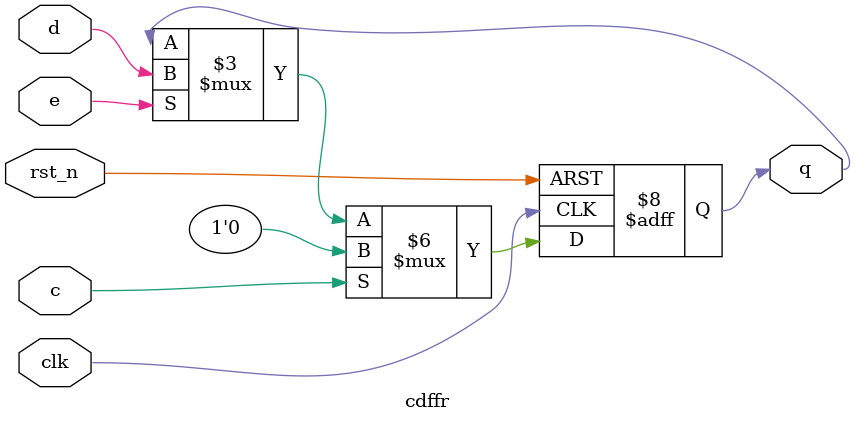
<source format=sv>

module cdffr ( q, clk, rst_n, c, e, d ) ; 
  parameter WIDTH = 1 ;
  parameter INIT  = {WIDTH{1'b0}};
  input         clk ;
  input         rst_n ;
  input         e, c;
  input  [WIDTH-1:0] d ;
  output [WIDTH-1:0] q ;
  reg [WIDTH-1:0]        q ;
  always @(posedge clk or negedge rst_n) 
    if (!rst_n)     q <= INIT ;
    // Updated code to better version for coverage. 
    else if (c) q <= INIT; //solidify {'X(fail d == 0)};
    else if (e) q <= d;
endmodule

</source>
